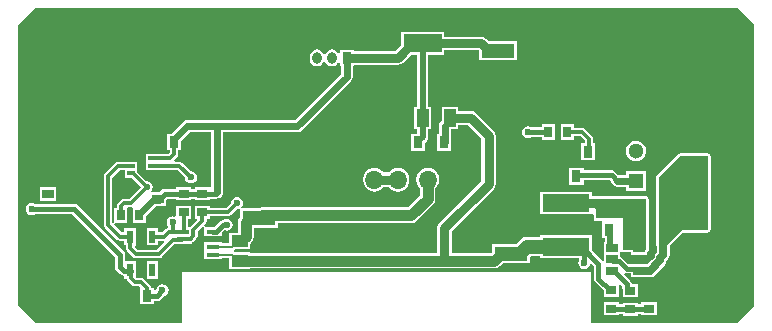
<source format=gtl>
G04*
G04 #@! TF.GenerationSoftware,Altium Limited,Altium Designer,20.2.4 (192)*
G04*
G04 Layer_Physical_Order=1*
G04 Layer_Color=255*
%FSLAX25Y25*%
%MOIN*%
G70*
G04*
G04 #@! TF.SameCoordinates,00526951-05BC-492D-B3B9-DF0584CCD128*
G04*
G04*
G04 #@! TF.FilePolarity,Positive*
G04*
G01*
G75*
%ADD11C,0.00787*%
%ADD25R,0.02559X0.01181*%
%ADD26R,0.03150X0.03937*%
%ADD27R,0.11063X0.04882*%
%ADD28R,0.03000X0.03843*%
%ADD29R,0.03843X0.03000*%
%ADD30R,0.02756X0.03543*%
%ADD31R,0.02362X0.04331*%
%ADD32R,0.03900X0.05900*%
%ADD33R,0.12900X0.05900*%
%ADD34R,0.03937X0.02756*%
%ADD35R,0.04200X0.01654*%
%ADD36R,0.04882X0.11063*%
%ADD37R,0.15748X0.05906*%
%ADD38R,0.05512X0.03937*%
%ADD39R,0.03543X0.02756*%
%ADD67C,0.02362*%
%ADD68C,0.01181*%
%ADD69C,0.01772*%
%ADD70C,0.01575*%
%ADD71C,0.03150*%
%ADD72C,0.03543*%
%ADD73C,0.02165*%
%ADD74C,0.02953*%
%ADD75C,0.04724*%
%ADD76C,0.01500*%
%ADD77C,0.01968*%
%ADD78C,0.02756*%
%ADD79R,0.05118X0.05118*%
%ADD80C,0.05118*%
%ADD81C,0.13780*%
%ADD82R,0.05118X0.06890*%
%ADD83O,0.05906X0.06299*%
%ADD84R,0.04000X0.03150*%
%ADD85O,0.04000X0.03150*%
%ADD86O,0.03150X0.04000*%
%ADD87R,0.03150X0.04000*%
%ADD88C,0.05906*%
%ADD89R,0.05906X0.05906*%
%ADD90C,0.27559*%
%ADD91C,0.02362*%
G36*
X240158Y105512D02*
X245571Y100098D01*
X245571Y6299D01*
X239764Y492D01*
X191240Y492D01*
X191240Y17421D01*
X54823Y17421D01*
X54823Y492D01*
X6299D01*
X394Y6398D01*
X394Y100000D01*
X5906Y105512D01*
X240158Y105512D01*
D02*
G37*
%LPC*%
G36*
X142375Y97437D02*
X127900D01*
Y93226D01*
X125861Y91186D01*
X112224D01*
Y91665D01*
X107500D01*
Y90507D01*
X107000Y90356D01*
X106565Y91006D01*
X105784Y91528D01*
X104862Y91712D01*
X103940Y91528D01*
X103159Y91006D01*
X102637Y90225D01*
X102617Y90124D01*
X102107D01*
X102087Y90225D01*
X101565Y91006D01*
X100784Y91528D01*
X99862Y91712D01*
X98940Y91528D01*
X98159Y91006D01*
X97637Y90225D01*
X97454Y89303D01*
Y88453D01*
X97637Y87531D01*
X98159Y86750D01*
X98940Y86228D01*
X99862Y86044D01*
X100784Y86228D01*
X101565Y86750D01*
X102087Y87531D01*
X102107Y87631D01*
X102617D01*
X102637Y87531D01*
X103159Y86750D01*
X103940Y86228D01*
X104862Y86044D01*
X105784Y86228D01*
X106565Y86750D01*
X107000Y87400D01*
X107500Y87249D01*
Y86090D01*
X107855D01*
Y83528D01*
X92527Y68200D01*
X56705D01*
X55937Y68048D01*
X55286Y67612D01*
X51168Y63495D01*
X49995D01*
Y61494D01*
X49993Y61489D01*
X49995Y61483D01*
Y58077D01*
X50877D01*
Y57472D01*
X50322Y56917D01*
X45020D01*
X44884Y56890D01*
X42953D01*
Y54134D01*
Y51575D01*
X44884D01*
X45020Y51548D01*
X53487D01*
X55942Y49092D01*
X55939Y49075D01*
X56092Y48307D01*
X56527Y47656D01*
X57178Y47221D01*
X57946Y47068D01*
X58714Y47221D01*
X59365Y47656D01*
X59800Y48307D01*
X59953Y49075D01*
X59800Y49843D01*
X59365Y50494D01*
X58714Y50929D01*
X57946Y51082D01*
X57929Y51079D01*
X55062Y53946D01*
X54606Y54251D01*
X54068Y54358D01*
X52444D01*
X52237Y54858D01*
X53275Y55896D01*
X53580Y56352D01*
X53687Y56890D01*
Y58077D01*
X54569D01*
Y61219D01*
X57537Y64186D01*
X64708D01*
Y45961D01*
X64272Y45807D01*
Y45807D01*
X59153D01*
Y45348D01*
X58031D01*
Y45807D01*
X52913D01*
Y45348D01*
X49141D01*
X48488Y45218D01*
X47934Y44848D01*
X47147Y44061D01*
X45009D01*
X44742Y44561D01*
X45014Y44967D01*
X45166Y45735D01*
X45014Y46503D01*
X44579Y47154D01*
X43927Y47589D01*
X43159Y47742D01*
X43091Y47728D01*
X40000Y50819D01*
Y54331D01*
X38069D01*
X37933Y54358D01*
X33695D01*
X33157Y54251D01*
X32701Y53946D01*
X29322Y50567D01*
X29017Y50111D01*
X28910Y49573D01*
Y33248D01*
X29017Y32710D01*
X29322Y32255D01*
X33239Y28337D01*
X33695Y28033D01*
X34232Y27926D01*
X35630D01*
Y26378D01*
X36193D01*
Y25650D01*
X36300Y25112D01*
X36605Y24656D01*
X38633Y22629D01*
X39088Y22324D01*
X39626Y22217D01*
X47244D01*
X47782Y22324D01*
X48237Y22629D01*
X52413Y26804D01*
X55000D01*
X55136Y26831D01*
X58124D01*
Y27343D01*
X58327Y27383D01*
X58782Y27688D01*
X58830Y27758D01*
X58900Y27806D01*
X59708Y28613D01*
X60012Y29069D01*
X60119Y29606D01*
Y30963D01*
X61902Y32746D01*
X62349Y32486D01*
X62349Y32173D01*
Y29390D01*
X68124D01*
Y30465D01*
X69077Y31418D01*
X69114Y31394D01*
X69882Y31241D01*
X70650Y31394D01*
X71301Y31829D01*
X71736Y32480D01*
X71889Y33248D01*
X71736Y34016D01*
X71301Y34667D01*
X70650Y35102D01*
X69882Y35255D01*
X69114Y35102D01*
X68573Y34741D01*
X68523D01*
X68522Y34741D01*
X67908Y34618D01*
X67387Y34270D01*
X65735Y32618D01*
X62829D01*
X62481Y32618D01*
X62221Y33065D01*
X62706Y33550D01*
X63011Y34006D01*
X63118Y34544D01*
Y35295D01*
X64272D01*
Y36056D01*
X70157D01*
X70695Y36163D01*
X71151Y36467D01*
X73231Y38548D01*
X73248Y38544D01*
X73890Y38672D01*
X74269Y38459D01*
X74390Y38345D01*
Y35929D01*
X74316Y35880D01*
X73751Y35034D01*
X73552Y34035D01*
Y30630D01*
X70669D01*
Y27090D01*
X69882D01*
X69882Y27090D01*
X68143D01*
Y27500D01*
X62369D01*
Y24941D01*
X62349D01*
Y21713D01*
X68124D01*
Y22122D01*
X70669D01*
Y18583D01*
X77756D01*
Y18729D01*
X159039D01*
X160038Y18928D01*
X160884Y19494D01*
X161840Y20449D01*
X170787D01*
Y22413D01*
X171182Y22807D01*
X174409D01*
Y22244D01*
X187371D01*
Y21613D01*
X187122Y21240D01*
X186969Y20472D01*
X187122Y19704D01*
X187557Y19053D01*
X188208Y18618D01*
X188976Y18465D01*
X189744Y18618D01*
X190396Y19053D01*
X190831Y19704D01*
X190917Y20136D01*
X191459Y20301D01*
X192133Y19626D01*
Y15354D01*
X192253Y14754D01*
X192592Y14246D01*
X195472Y11366D01*
Y9252D01*
X200590D01*
X200591Y13209D01*
Y13234D01*
Y13234D01*
X200591Y13279D01*
X200675Y13313D01*
X201091Y13486D01*
X201742Y12835D01*
Y11986D01*
X201772Y11835D01*
Y9193D01*
X206890D01*
Y13524D01*
X204869D01*
X204757Y14084D01*
X204417Y14592D01*
X202300Y16709D01*
X202500Y17164D01*
X202531Y17186D01*
X203103Y17072D01*
X204565D01*
Y15846D01*
X207208D01*
X207421Y15804D01*
X210925D01*
X211770Y15972D01*
X212486Y16451D01*
X215931Y19896D01*
X216410Y20612D01*
X216573Y21433D01*
X216915Y21776D01*
X217394Y22492D01*
X217562Y23337D01*
Y26466D01*
X221789Y30693D01*
X229961Y30693D01*
X229961Y30693D01*
X230269Y30754D01*
X230529Y30928D01*
X230883Y31282D01*
X231057Y31542D01*
X231118Y31850D01*
X231118Y56265D01*
X231056Y56572D01*
X230883Y56833D01*
X230622Y57007D01*
X230315Y57068D01*
X220883Y57068D01*
X220576Y57007D01*
X220316Y56833D01*
X220316Y56833D01*
X213212Y49729D01*
X213212Y49729D01*
X213038Y49468D01*
X212977Y49161D01*
X212977Y26575D01*
X213038Y26268D01*
X213147Y26105D01*
Y24251D01*
X212809Y23914D01*
X212330Y23198D01*
X212167Y22376D01*
X210011Y20220D01*
X207421D01*
X207208Y20177D01*
X206945D01*
X206793Y20207D01*
X203752D01*
X201727Y22232D01*
X201218Y22572D01*
X200946Y22626D01*
Y24222D01*
X201447Y24374D01*
X201499Y24295D01*
X201760Y24121D01*
X202067Y24059D01*
X204565D01*
Y23327D01*
X210077D01*
Y24309D01*
X210213Y24400D01*
X210387Y24661D01*
X210449Y24968D01*
Y42028D01*
X210387Y42335D01*
X210213Y42595D01*
X209953Y42769D01*
X209646Y42830D01*
X191732D01*
Y44291D01*
X174409D01*
Y36811D01*
X191732D01*
X192111Y36517D01*
Y35433D01*
X192172Y35126D01*
X192346Y34865D01*
X192606Y34691D01*
X192913Y34630D01*
X194794D01*
X194975Y34205D01*
X194975Y34130D01*
Y28787D01*
X195920D01*
Y27657D01*
X195435D01*
Y23327D01*
Y21348D01*
X194935Y21196D01*
X194809Y21384D01*
X191732Y24461D01*
Y29724D01*
X174409D01*
Y29161D01*
X169866D01*
X169044Y29053D01*
X168278Y28735D01*
X167620Y28231D01*
X166295Y26906D01*
X158150D01*
Y24139D01*
X157959Y23948D01*
X144825D01*
Y31161D01*
X158849Y45185D01*
X159371Y45966D01*
X159554Y46888D01*
Y62935D01*
X159371Y63856D01*
X158849Y64638D01*
X152884Y70602D01*
X152103Y71124D01*
X151181Y71308D01*
X146925D01*
Y72637D01*
X141450D01*
Y68000D01*
X141063Y67612D01*
X140628Y66961D01*
X140475Y66193D01*
Y63437D01*
X140093D01*
Y58019D01*
X144668D01*
Y63437D01*
X144489D01*
Y65162D01*
X146925D01*
Y66491D01*
X150183D01*
X154737Y61937D01*
Y47886D01*
X140714Y33862D01*
X140191Y33081D01*
X140008Y32159D01*
Y23948D01*
X77756D01*
Y24094D01*
X72372D01*
X72289Y24178D01*
X72131Y24284D01*
X72102Y24792D01*
X72450Y25118D01*
X77756D01*
Y27023D01*
X78006Y27191D01*
X78572Y28037D01*
X78771Y29035D01*
Y32264D01*
X87028D01*
Y33829D01*
X131221D01*
X132220Y34027D01*
X133066Y34593D01*
X138656Y40183D01*
X139222Y41029D01*
X139420Y42028D01*
Y45398D01*
X139479Y45443D01*
X140078Y46224D01*
X140455Y47134D01*
X140583Y48110D01*
Y48504D01*
X140455Y49480D01*
X140078Y50390D01*
X139479Y51171D01*
X138697Y51771D01*
X137787Y52148D01*
X136811Y52276D01*
X135835Y52148D01*
X134925Y51771D01*
X134143Y51171D01*
X133544Y50390D01*
X133167Y49480D01*
X133039Y48504D01*
Y48110D01*
X133167Y47134D01*
X133544Y46224D01*
X134143Y45443D01*
X134202Y45398D01*
Y43108D01*
X130140Y39047D01*
X81654D01*
X80656Y38848D01*
X80464Y38721D01*
X74948D01*
X74828Y38897D01*
X74726Y39220D01*
X75102Y39783D01*
X75255Y40551D01*
X75102Y41319D01*
X74667Y41970D01*
X74016Y42406D01*
X73248Y42558D01*
X72480Y42406D01*
X71829Y41970D01*
X71394Y41319D01*
X71241Y40551D01*
X71244Y40534D01*
X69576Y38866D01*
X64272D01*
Y39626D01*
X59153D01*
Y35295D01*
X59770D01*
X59977Y34795D01*
X57800Y32618D01*
X56877D01*
Y35295D01*
X58031D01*
Y39626D01*
X52913D01*
Y36235D01*
X52413Y35927D01*
X51831Y36042D01*
X51063Y35890D01*
X50411Y35455D01*
X49976Y34804D01*
X49824Y34035D01*
X49976Y33267D01*
X50261Y32841D01*
X50127Y32347D01*
X50084Y32282D01*
X50081Y32279D01*
X49659Y31997D01*
X48398Y30736D01*
X47047D01*
Y32283D01*
X43110D01*
Y26378D01*
X47047D01*
Y27926D01*
X48854D01*
X49037Y27619D01*
X49072Y27437D01*
X46662Y25027D01*
X40208D01*
X39357Y25878D01*
X39564Y26378D01*
X39567D01*
Y32283D01*
X35630D01*
Y30736D01*
X34814D01*
X32318Y33232D01*
X32317Y33404D01*
X32785Y33879D01*
X36673Y33879D01*
Y38997D01*
X37111Y39146D01*
X37914D01*
X38101Y39183D01*
X38524Y38758D01*
Y33879D01*
X42854D01*
Y36158D01*
X46143Y39447D01*
X46953D01*
X47147Y39486D01*
X49559D01*
Y41648D01*
X49847Y41936D01*
X52913D01*
Y41476D01*
X58031D01*
Y41936D01*
X59153D01*
Y41476D01*
X64272D01*
Y41936D01*
X66196D01*
X66849Y42066D01*
X67093Y42229D01*
X67483Y42306D01*
X68134Y42741D01*
X68569Y43393D01*
X68722Y44161D01*
Y64186D01*
X93359D01*
X94127Y64339D01*
X94778Y64774D01*
X111281Y81278D01*
X111716Y81929D01*
X111869Y82697D01*
Y86090D01*
X112224D01*
Y86570D01*
X126816D01*
X127700Y86746D01*
X128449Y87246D01*
X131165Y89962D01*
X133231D01*
Y72637D01*
X132400D01*
Y65162D01*
X133231D01*
Y63437D01*
X131218D01*
Y58019D01*
X135793D01*
Y60419D01*
X136486Y61112D01*
X136899Y61731D01*
X137045Y62461D01*
Y65162D01*
X137875D01*
Y72637D01*
X137045D01*
Y89962D01*
X142375D01*
Y91391D01*
X153770D01*
X153917Y91244D01*
Y88051D01*
X166555D01*
Y94508D01*
X157182D01*
X156358Y95331D01*
X155609Y95832D01*
X154726Y96007D01*
X142375D01*
Y97437D01*
D02*
G37*
G36*
X179252Y66732D02*
X174921D01*
Y65879D01*
X171266D01*
X171044Y66027D01*
X170276Y66180D01*
X169508Y66027D01*
X168856Y65592D01*
X168421Y64941D01*
X168269Y64173D01*
X168421Y63405D01*
X168856Y62754D01*
X169508Y62319D01*
X170276Y62166D01*
X171044Y62319D01*
X171266Y62467D01*
X174921D01*
Y61614D01*
X179252D01*
Y66732D01*
D02*
G37*
G36*
X185433D02*
X181102D01*
Y61614D01*
X185433D01*
Y62768D01*
X187745D01*
X189146Y61367D01*
Y60433D01*
X187795D01*
Y54921D01*
X192520D01*
Y60433D01*
X191956D01*
Y61949D01*
X191849Y62486D01*
X191545Y62942D01*
X189320Y65167D01*
X188864Y65471D01*
X188327Y65578D01*
X185433D01*
Y66732D01*
D02*
G37*
G36*
X206201Y61328D02*
X205327Y61213D01*
X204513Y60876D01*
X203814Y60339D01*
X203278Y59640D01*
X202941Y58826D01*
X202825Y57953D01*
X202941Y57079D01*
X203278Y56265D01*
X203814Y55566D01*
X204513Y55030D01*
X205327Y54692D01*
X206201Y54577D01*
X207074Y54692D01*
X207889Y55030D01*
X208588Y55566D01*
X209124Y56265D01*
X209461Y57079D01*
X209576Y57953D01*
X209461Y58826D01*
X209124Y59640D01*
X208588Y60339D01*
X207889Y60876D01*
X207074Y61213D01*
X206201Y61328D01*
D02*
G37*
G36*
X126969Y52276D02*
X125992Y52148D01*
X125082Y51771D01*
X124301Y51171D01*
X123951Y50716D01*
X122112D01*
X121762Y51171D01*
X120981Y51771D01*
X120071Y52148D01*
X119095Y52276D01*
X118118Y52148D01*
X117208Y51771D01*
X116427Y51171D01*
X115828Y50390D01*
X115451Y49480D01*
X115322Y48504D01*
Y48110D01*
X115451Y47134D01*
X115828Y46224D01*
X116427Y45443D01*
X117208Y44843D01*
X118118Y44466D01*
X119095Y44338D01*
X120071Y44466D01*
X120981Y44843D01*
X121762Y45443D01*
X122112Y45899D01*
X123951D01*
X124301Y45443D01*
X125082Y44843D01*
X125992Y44466D01*
X126969Y44338D01*
X127945Y44466D01*
X128855Y44843D01*
X129636Y45443D01*
X130236Y46224D01*
X130612Y47134D01*
X130741Y48110D01*
Y48504D01*
X130612Y49480D01*
X130236Y50390D01*
X129636Y51171D01*
X128855Y51771D01*
X127945Y52148D01*
X126969Y52276D01*
D02*
G37*
G36*
X188779Y52165D02*
X184055D01*
Y46654D01*
X188779D01*
Y48197D01*
X197485D01*
X198058Y47624D01*
X198146Y47185D01*
X198581Y46534D01*
X199232Y46099D01*
X200000Y45946D01*
X202854D01*
Y44606D01*
X209547D01*
Y51299D01*
X202854D01*
Y49960D01*
X200264D01*
X199285Y50938D01*
X198764Y51287D01*
X198150Y51409D01*
X198150Y51409D01*
X188779D01*
Y52165D01*
D02*
G37*
G36*
X13024Y45925D02*
X7449D01*
Y41201D01*
X13024D01*
Y45925D01*
D02*
G37*
G36*
X47047Y21260D02*
X43110D01*
Y15354D01*
X47047D01*
Y21260D01*
D02*
G37*
G36*
X213189Y7402D02*
X208071D01*
Y6804D01*
X206890D01*
Y7343D01*
X201772D01*
Y6804D01*
X200590D01*
Y7402D01*
X195472D01*
Y3071D01*
X200590D01*
Y3669D01*
X201772D01*
Y3012D01*
X206890D01*
Y3669D01*
X208071D01*
Y3071D01*
X213189D01*
Y7402D01*
D02*
G37*
G36*
X4831Y40551D02*
X4063Y40398D01*
X3412Y39963D01*
X2976Y39312D01*
X2824Y38544D01*
X2976Y37776D01*
X3412Y37125D01*
X4063Y36690D01*
X4831Y36537D01*
X5599Y36690D01*
X5821Y36838D01*
X18308D01*
X32526Y22620D01*
Y19291D01*
X32656Y18639D01*
X33026Y18085D01*
X34306Y16805D01*
X34859Y16436D01*
X35512Y16306D01*
X35630D01*
Y15354D01*
X36528D01*
X36596Y15014D01*
X36900Y14558D01*
X38278Y13180D01*
X38734Y12875D01*
X39272Y12768D01*
X40757D01*
X41088Y12437D01*
X40972Y12158D01*
X40972D01*
Y6740D01*
X45547D01*
Y7743D01*
X46457D01*
X47110Y7873D01*
X47663Y8242D01*
X48932Y9511D01*
X49193Y9563D01*
X49844Y9998D01*
X50279Y10649D01*
X50432Y11417D01*
X50279Y12185D01*
X49844Y12836D01*
X49193Y13272D01*
X48425Y13424D01*
X47657Y13272D01*
X47006Y12836D01*
X46571Y12185D01*
X46519Y11924D01*
X46047Y11451D01*
X45547Y11659D01*
Y12158D01*
X44564D01*
Y12353D01*
X44457Y12890D01*
X44153Y13346D01*
X42332Y15167D01*
X41876Y15471D01*
X41339Y15578D01*
X39854D01*
X39567Y15865D01*
Y17847D01*
X39600Y18012D01*
X39567Y18177D01*
Y21260D01*
X35938D01*
Y23327D01*
X35808Y23980D01*
X35439Y24533D01*
X20221Y39750D01*
X19668Y40120D01*
X19015Y40250D01*
X5821D01*
X5599Y40398D01*
X4831Y40551D01*
D02*
G37*
%LPD*%
G36*
X35866Y49016D02*
X37797D01*
X37838Y49008D01*
X41111Y45735D01*
X37332Y41956D01*
X35560D01*
X35023Y41849D01*
X34567Y41545D01*
X33514Y40492D01*
X33210Y40036D01*
X33103Y39499D01*
Y38997D01*
X32342D01*
Y34377D01*
X32342Y34293D01*
X32342Y34280D01*
X31890Y34005D01*
X31720Y34114D01*
Y48991D01*
X34277Y51548D01*
X35866D01*
Y49016D01*
D02*
G37*
G36*
X230315Y31850D02*
X229961Y31496D01*
X221457Y31496D01*
X216535Y26575D01*
X213779D01*
X213779Y49161D01*
X220883Y56265D01*
X230315Y56265D01*
X230315Y31850D01*
D02*
G37*
G36*
X209646Y24968D02*
X209390Y24862D01*
X202067D01*
Y35492D01*
X202008Y35433D01*
X192913D01*
Y38386D01*
X192323Y38976D01*
X188684D01*
X188334Y39333D01*
X188386Y42028D01*
X209646D01*
Y24968D01*
D02*
G37*
D11*
X71437Y25886D02*
X73248Y27697D01*
X69882Y25886D02*
X71437D01*
X69882Y25886D02*
X69882Y25886D01*
X65256Y25886D02*
X69882D01*
X71437Y23327D02*
X73248Y21516D01*
X65236Y23327D02*
X71437D01*
X73248Y21516D02*
X74213D01*
X73248Y27697D02*
X74213D01*
D25*
X45020Y50394D02*
D03*
Y52953D02*
D03*
Y55512D02*
D03*
X37933Y50394D02*
D03*
Y52953D02*
D03*
Y55512D02*
D03*
D26*
X190157Y57677D02*
D03*
X182677D02*
D03*
X186417Y49409D02*
D03*
D27*
X160236Y91280D02*
D03*
Y79587D02*
D03*
X80709Y47185D02*
D03*
Y35492D02*
D03*
X164469Y35370D02*
D03*
Y23677D02*
D03*
D28*
X52282Y60786D02*
D03*
X58663D02*
D03*
X142380Y60728D02*
D03*
X148761D02*
D03*
X43259Y9449D02*
D03*
X36878D02*
D03*
X133505Y60728D02*
D03*
X127124D02*
D03*
X203643Y31496D02*
D03*
X197262D02*
D03*
D29*
X46850Y41773D02*
D03*
Y35392D02*
D03*
D30*
X40689Y36438D02*
D03*
X34508D02*
D03*
X177087Y64173D02*
D03*
X183268D02*
D03*
D31*
X45079Y29331D02*
D03*
X41339D02*
D03*
X37598D02*
D03*
X45079Y18307D02*
D03*
X37598D02*
D03*
D32*
X144188Y68899D02*
D03*
X126088D02*
D03*
X135138D02*
D03*
D33*
Y93699D02*
D03*
D34*
X198191Y25492D02*
D03*
Y21752D02*
D03*
Y18012D02*
D03*
X207321Y25492D02*
D03*
Y21752D02*
D03*
Y18012D02*
D03*
D35*
X65236Y23327D02*
D03*
X65256Y25886D02*
D03*
X65236Y28445D02*
D03*
Y31004D02*
D03*
X55236D02*
D03*
Y28445D02*
D03*
Y25886D02*
D03*
Y23327D02*
D03*
D36*
X227618Y38465D02*
D03*
X239311D02*
D03*
D37*
X183071Y25984D02*
D03*
Y40551D02*
D03*
D38*
X74213Y21339D02*
D03*
Y27874D02*
D03*
D39*
X55472Y37461D02*
D03*
Y43642D02*
D03*
X61713D02*
D03*
Y37461D02*
D03*
X198031Y11417D02*
D03*
Y5236D02*
D03*
X210630Y11417D02*
D03*
Y5236D02*
D03*
X204331Y11358D02*
D03*
Y5177D02*
D03*
D67*
X66715Y44161D02*
Y66193D01*
X56705D02*
X66715D01*
X93359D01*
X52282Y60685D02*
X52382Y60786D01*
X52000Y61489D02*
X56705Y66193D01*
X200000Y47953D02*
X206201D01*
X142417Y60665D02*
X142482Y60730D01*
Y66193D01*
X144188Y67899D01*
X93359Y66193D02*
X109862Y82697D01*
Y88878D01*
X45312Y41454D02*
X46953D01*
X47172Y41673D01*
X40689Y36438D02*
Y36832D01*
X45312Y41454D01*
X144188Y67899D02*
Y68899D01*
X83858Y21358D02*
Y21457D01*
X84046Y21644D01*
X226043Y36732D02*
Y36791D01*
X217717Y29921D02*
Y41894D01*
X215354Y27559D02*
X217717Y29921D01*
X74213Y21516D02*
X74390Y21339D01*
D68*
X54068Y52953D02*
X57946Y49075D01*
X37933Y50394D02*
X38439D01*
X35560Y40551D02*
X37914D01*
X43098Y45735D02*
X43159D01*
X37914Y40551D02*
X43098Y45735D01*
X38439Y50394D02*
X43098Y45735D01*
X33695Y52953D02*
X37933D01*
X30315Y33248D02*
Y49573D01*
X33695Y52953D01*
X34508Y39499D02*
X35560Y40551D01*
X34508Y36438D02*
Y39499D01*
X45020Y52953D02*
X54068D01*
X52282Y56890D02*
Y60685D01*
X45020Y55512D02*
X50904D01*
X52282Y56890D01*
X51831Y31004D02*
X55236D01*
X50653D02*
X51831D01*
Y34035D01*
X37894Y15551D02*
Y18012D01*
Y15551D02*
X39272Y14173D01*
X41339D01*
X43159Y9449D02*
Y12353D01*
X41339Y14173D02*
X43159Y12353D01*
X30315Y33248D02*
X34232Y29331D01*
X37598D01*
Y25650D02*
Y29331D01*
X39626Y23622D02*
X47244D01*
X37598Y25650D02*
X39626Y23622D01*
X55000Y28209D02*
X55236Y28445D01*
X51831Y28209D02*
X55000D01*
X47244Y23622D02*
X51831Y28209D01*
X48979Y29331D02*
X50653Y31004D01*
X45079Y29331D02*
X48979D01*
X61713Y37461D02*
X70157D01*
X73248Y40551D01*
X55236Y31004D02*
X55472Y31240D01*
Y37461D01*
X61713Y34544D02*
Y37461D01*
X58714Y31545D02*
X61713Y34544D01*
X58714Y29606D02*
Y31545D01*
X55000Y23563D02*
X55236Y23327D01*
X55000Y25650D02*
X55236Y25886D01*
X57907Y28799D02*
X58714Y29606D01*
X57789Y28799D02*
X57907D01*
X57789Y28681D02*
Y28799D01*
X55472Y28681D02*
X57789D01*
X55236Y28445D02*
X55472Y28681D01*
X205787Y56791D02*
X206398Y56181D01*
X190551Y58268D02*
Y61949D01*
Y58268D02*
X190748Y58071D01*
X188327Y64173D02*
X190551Y61949D01*
X183268Y64173D02*
X188327D01*
D69*
X4831Y38544D02*
X19015D01*
X34232Y23327D01*
X9811Y43563D02*
X10236D01*
X34232Y19291D02*
Y23327D01*
Y19291D02*
X35512Y18012D01*
X37303D01*
X69769Y33135D02*
X69882Y33248D01*
X37303Y18012D02*
X37598Y18307D01*
X37894Y18012D01*
X43159Y9449D02*
X46457D01*
X48425Y11417D01*
X66196Y43642D02*
X66715Y44161D01*
X61713Y43642D02*
X66196D01*
X55472D02*
X61713D01*
X49141D02*
X55472D01*
X47172Y41673D02*
X49141Y43642D01*
X170276Y64173D02*
X177087D01*
D70*
X68522Y33135D02*
X69769D01*
X198150Y49803D02*
X200000Y47953D01*
X65236Y31004D02*
X66391D01*
X68522Y33135D01*
X188976Y20472D02*
Y23819D01*
X186417Y26378D02*
X188976Y23819D01*
X183071Y26378D02*
X186417D01*
X187008Y49803D02*
X198150D01*
D71*
X144188Y68899D02*
X151181D01*
X157146Y62935D01*
Y46888D02*
Y62935D01*
X142417Y32159D02*
X157146Y46888D01*
X142417Y21339D02*
Y32159D01*
X119095Y48307D02*
X126969D01*
D72*
X142417Y21339D02*
X159039D01*
X74390D02*
X142417D01*
X159039D02*
X161378Y23677D01*
X164469D01*
X167559D01*
X182677Y25984D02*
X183071Y26378D01*
X131221Y36438D02*
X136811Y42028D01*
X81654Y36438D02*
X131221D01*
X80709Y35492D02*
X81654Y36438D01*
X136811Y42028D02*
Y48307D01*
X76161Y29035D02*
Y34035D01*
D73*
X135138Y68899D02*
Y93699D01*
X133405Y60728D02*
X135138Y62461D01*
Y68899D01*
D74*
X109862Y88878D02*
X126816D01*
X131638Y93699D01*
X135138D01*
X154726D01*
X157146Y91280D01*
X160236D01*
D75*
X169866Y25984D02*
X182677D01*
X167559Y23677D02*
X169866Y25984D01*
D76*
X197362Y31496D02*
Y32677D01*
X211455Y24840D02*
X211811Y25197D01*
X211455Y22971D02*
Y24840D01*
X210236Y21752D02*
X211455Y22971D01*
X186417Y26378D02*
X187598D01*
X203309Y11986D02*
Y13484D01*
X198781Y18012D02*
X203309Y13484D01*
X206779Y26120D02*
X207407Y25492D01*
X206779Y26120D02*
Y29120D01*
X198091Y18012D02*
X198781D01*
X203103Y18640D02*
X206793D01*
X200619Y21124D02*
X203103Y18640D01*
X203543Y32677D02*
Y36614D01*
X200000Y40157D02*
X203543Y36614D01*
Y32355D02*
X206779Y29120D01*
X183071Y40157D02*
X200000D01*
X203309Y11986D02*
X203937Y11358D01*
X198091Y21752D02*
X198719Y21124D01*
X203937Y11358D02*
X204331D01*
X198719Y21124D02*
X200619D01*
X207407Y25492D02*
X207421D01*
X211088Y10960D02*
X212663D01*
X210630Y11417D02*
X211088Y10960D01*
X212663D02*
X214961Y8661D01*
X198031Y5236D02*
X210630D01*
X193701Y15354D02*
Y20276D01*
X187598Y26378D02*
X193701Y20276D01*
Y15354D02*
X197638Y11417D01*
X198031D01*
X197726Y25856D02*
X198091Y25492D01*
X203543Y32355D02*
Y32677D01*
X207421Y21752D02*
X210236D01*
X206793Y18640D02*
X207421Y18012D01*
D77*
X197362Y31496D02*
X197726Y31132D01*
Y25856D02*
Y31132D01*
X77618Y35492D02*
X80709D01*
X74213Y27697D02*
X74823D01*
X76161Y29035D01*
Y34035D02*
X77618Y35492D01*
D78*
X224528Y36732D02*
X226043D01*
X215354Y23337D02*
Y27559D01*
X214370Y22353D02*
X215354Y23337D01*
X214370Y21457D02*
Y22353D01*
X210925Y18012D02*
X214370Y21457D01*
X207421Y18012D02*
X210925D01*
D79*
X206201Y47953D02*
D03*
D80*
Y57953D02*
D03*
D81*
X15748Y90158D02*
D03*
D82*
X94882Y29331D02*
D03*
X151181D02*
D03*
X148228Y50827D02*
D03*
X97835D02*
D03*
D83*
X136811Y48307D02*
D03*
X126969D02*
D03*
X119095D02*
D03*
X109252D02*
D03*
D84*
X10236Y43563D02*
D03*
D85*
Y48563D02*
D03*
D86*
X94862Y88878D02*
D03*
X99862D02*
D03*
X104862D02*
D03*
D87*
X109862D02*
D03*
D88*
X223031Y51791D02*
D03*
D89*
Y61791D02*
D03*
D90*
X230315Y90158D02*
D03*
Y15748D02*
D03*
X15748D02*
D03*
D91*
X141063Y54251D02*
D03*
X131638D02*
D03*
X134143Y100394D02*
D03*
X148179D02*
D03*
X120108D02*
D03*
X107647D02*
D03*
X87441Y86228D02*
D03*
X80709Y86044D02*
D03*
X72990Y93701D02*
D03*
X74803Y52422D02*
D03*
X174229Y50099D02*
D03*
X164469Y63856D02*
D03*
Y74803D02*
D03*
X156358D02*
D03*
X160393Y98819D02*
D03*
X103940Y62134D02*
D03*
X98937D02*
D03*
X109252Y68799D02*
D03*
Y75295D02*
D03*
X57946Y78740D02*
D03*
X40157Y76378D02*
D03*
X32283Y13780D02*
D03*
X20736Y26810D02*
D03*
X62706Y60665D02*
D03*
X55571Y99112D02*
D03*
Y89292D02*
D03*
X43927D02*
D03*
Y99112D02*
D03*
X188464Y88878D02*
D03*
X188265Y77953D02*
D03*
X188464Y98819D02*
D03*
X174229Y77953D02*
D03*
X174428Y88878D02*
D03*
Y98819D02*
D03*
X202500Y65162D02*
D03*
X211455Y71124D02*
D03*
X216535Y98819D02*
D03*
Y77953D02*
D03*
X202300D02*
D03*
X202500Y88878D02*
D03*
X190917Y71124D02*
D03*
X224528D02*
D03*
X202500Y98819D02*
D03*
X216535Y89962D02*
D03*
X221457Y81102D02*
D03*
X228740Y77953D02*
D03*
X237795Y74803D02*
D03*
Y63437D02*
D03*
Y51791D02*
D03*
X213779Y54577D02*
D03*
X209646Y14084D02*
D03*
X193701Y8661D02*
D03*
X186417Y33081D02*
D03*
X223031Y26268D02*
D03*
X217717Y15846D02*
D03*
X226043Y3669D02*
D03*
X164469Y50099D02*
D03*
Y44161D02*
D03*
X145669Y82697D02*
D03*
X127900Y78740D02*
D03*
X123031Y60665D02*
D03*
X109252Y62134D02*
D03*
X116929Y76378D02*
D03*
X70157Y72637D02*
D03*
X60236Y20472D02*
D03*
X38734Y3445D02*
D03*
X25591Y8242D02*
D03*
X5906Y29390D02*
D03*
X11417Y65748D02*
D03*
X40157Y63779D02*
D03*
X32283Y99112D02*
D03*
Y89292D02*
D03*
X15748Y77512D02*
D03*
X8721Y78867D02*
D03*
X57946Y49075D02*
D03*
X4831Y38544D02*
D03*
X43159Y45735D02*
D03*
X159567Y39911D02*
D03*
X51831Y34035D02*
D03*
X48425Y11417D02*
D03*
X66715Y44161D02*
D03*
X69882Y33248D02*
D03*
X170276Y64173D02*
D03*
X73248Y40551D02*
D03*
X237795Y29724D02*
D03*
X240945D02*
D03*
X123047Y42323D02*
D03*
X130807Y29217D02*
D03*
X115748Y29134D02*
D03*
X169488Y39903D02*
D03*
X165945D02*
D03*
X162795Y39911D02*
D03*
X173721Y20472D02*
D03*
X188976D02*
D03*
X214961Y8661D02*
D03*
X211811Y25197D02*
D03*
M02*

</source>
